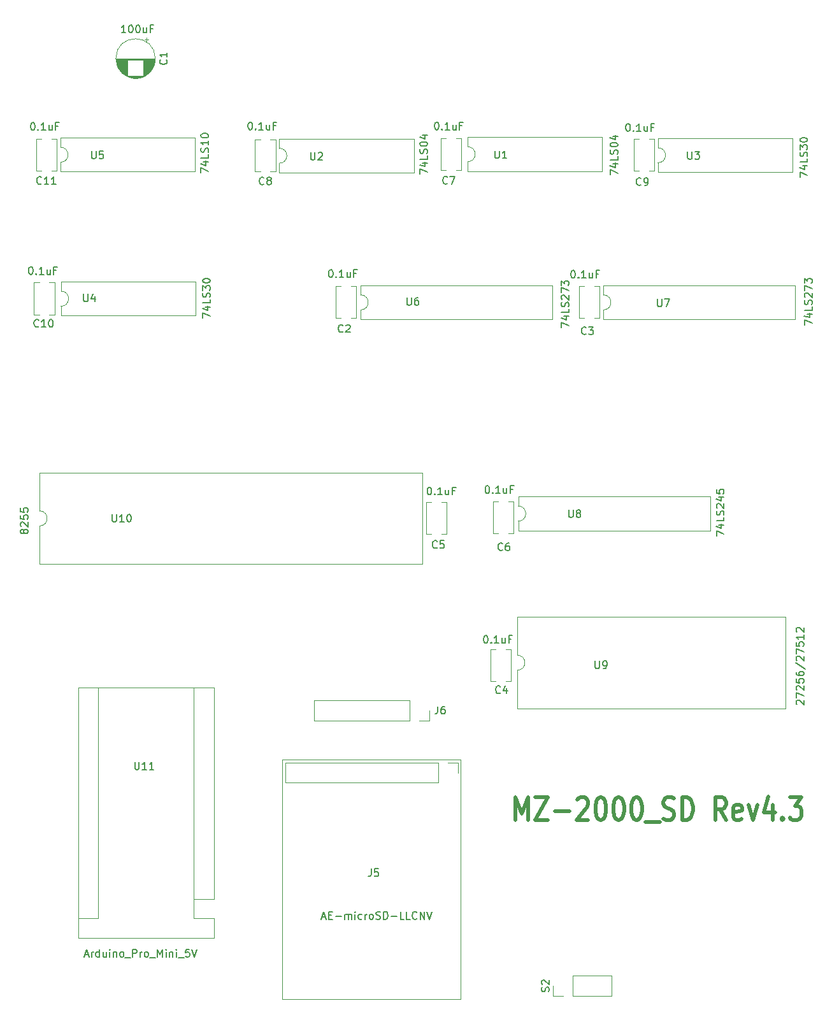
<source format=gto>
G04 #@! TF.GenerationSoftware,KiCad,Pcbnew,(5.1.9)-1*
G04 #@! TF.CreationDate,2022-12-08T13:28:10+09:00*
G04 #@! TF.ProjectId,mz-2000,6d7a2d32-3030-4302-9e6b-696361645f70,rev?*
G04 #@! TF.SameCoordinates,PX20a6660PYbcc1c70*
G04 #@! TF.FileFunction,Legend,Top*
G04 #@! TF.FilePolarity,Positive*
%FSLAX46Y46*%
G04 Gerber Fmt 4.6, Leading zero omitted, Abs format (unit mm)*
G04 Created by KiCad (PCBNEW (5.1.9)-1) date 2022-12-08 13:28:10*
%MOMM*%
%LPD*%
G01*
G04 APERTURE LIST*
%ADD10C,0.150000*%
%ADD11C,0.500000*%
%ADD12C,0.120000*%
G04 APERTURE END LIST*
D10*
X5080952Y62176191D02*
X5033333Y62080953D01*
X4985714Y62033334D01*
X4890476Y61985715D01*
X4842857Y61985715D01*
X4747619Y62033334D01*
X4700000Y62080953D01*
X4652380Y62176191D01*
X4652380Y62366667D01*
X4700000Y62461905D01*
X4747619Y62509524D01*
X4842857Y62557143D01*
X4890476Y62557143D01*
X4985714Y62509524D01*
X5033333Y62461905D01*
X5080952Y62366667D01*
X5080952Y62176191D01*
X5128571Y62080953D01*
X5176190Y62033334D01*
X5271428Y61985715D01*
X5461904Y61985715D01*
X5557142Y62033334D01*
X5604761Y62080953D01*
X5652380Y62176191D01*
X5652380Y62366667D01*
X5604761Y62461905D01*
X5557142Y62509524D01*
X5461904Y62557143D01*
X5271428Y62557143D01*
X5176190Y62509524D01*
X5128571Y62461905D01*
X5080952Y62366667D01*
X4747619Y62938096D02*
X4700000Y62985715D01*
X4652380Y63080953D01*
X4652380Y63319048D01*
X4700000Y63414286D01*
X4747619Y63461905D01*
X4842857Y63509524D01*
X4938095Y63509524D01*
X5080952Y63461905D01*
X5652380Y62890477D01*
X5652380Y63509524D01*
X4652380Y64414286D02*
X4652380Y63938096D01*
X5128571Y63890477D01*
X5080952Y63938096D01*
X5033333Y64033334D01*
X5033333Y64271429D01*
X5080952Y64366667D01*
X5128571Y64414286D01*
X5223809Y64461905D01*
X5461904Y64461905D01*
X5557142Y64414286D01*
X5604761Y64366667D01*
X5652380Y64271429D01*
X5652380Y64033334D01*
X5604761Y63938096D01*
X5557142Y63890477D01*
X4652380Y65366667D02*
X4652380Y64890477D01*
X5128571Y64842858D01*
X5080952Y64890477D01*
X5033333Y64985715D01*
X5033333Y65223810D01*
X5080952Y65319048D01*
X5128571Y65366667D01*
X5223809Y65414286D01*
X5461904Y65414286D01*
X5557142Y65366667D01*
X5604761Y65319048D01*
X5652380Y65223810D01*
X5652380Y64985715D01*
X5604761Y64890477D01*
X5557142Y64842858D01*
X107847619Y39304762D02*
X107800000Y39352381D01*
X107752380Y39447620D01*
X107752380Y39685715D01*
X107800000Y39780953D01*
X107847619Y39828572D01*
X107942857Y39876191D01*
X108038095Y39876191D01*
X108180952Y39828572D01*
X108752380Y39257143D01*
X108752380Y39876191D01*
X107752380Y40209524D02*
X107752380Y40876191D01*
X108752380Y40447620D01*
X107847619Y41209524D02*
X107800000Y41257143D01*
X107752380Y41352381D01*
X107752380Y41590477D01*
X107800000Y41685715D01*
X107847619Y41733334D01*
X107942857Y41780953D01*
X108038095Y41780953D01*
X108180952Y41733334D01*
X108752380Y41161905D01*
X108752380Y41780953D01*
X107752380Y42685715D02*
X107752380Y42209524D01*
X108228571Y42161905D01*
X108180952Y42209524D01*
X108133333Y42304762D01*
X108133333Y42542858D01*
X108180952Y42638096D01*
X108228571Y42685715D01*
X108323809Y42733334D01*
X108561904Y42733334D01*
X108657142Y42685715D01*
X108704761Y42638096D01*
X108752380Y42542858D01*
X108752380Y42304762D01*
X108704761Y42209524D01*
X108657142Y42161905D01*
X107752380Y43590477D02*
X107752380Y43400000D01*
X107800000Y43304762D01*
X107847619Y43257143D01*
X107990476Y43161905D01*
X108180952Y43114286D01*
X108561904Y43114286D01*
X108657142Y43161905D01*
X108704761Y43209524D01*
X108752380Y43304762D01*
X108752380Y43495239D01*
X108704761Y43590477D01*
X108657142Y43638096D01*
X108561904Y43685715D01*
X108323809Y43685715D01*
X108228571Y43638096D01*
X108180952Y43590477D01*
X108133333Y43495239D01*
X108133333Y43304762D01*
X108180952Y43209524D01*
X108228571Y43161905D01*
X108323809Y43114286D01*
X107704761Y44828572D02*
X108990476Y43971429D01*
X107847619Y45114286D02*
X107800000Y45161905D01*
X107752380Y45257143D01*
X107752380Y45495239D01*
X107800000Y45590477D01*
X107847619Y45638096D01*
X107942857Y45685715D01*
X108038095Y45685715D01*
X108180952Y45638096D01*
X108752380Y45066667D01*
X108752380Y45685715D01*
X107752380Y46019048D02*
X107752380Y46685715D01*
X108752380Y46257143D01*
X107752380Y47542858D02*
X107752380Y47066667D01*
X108228571Y47019048D01*
X108180952Y47066667D01*
X108133333Y47161905D01*
X108133333Y47400000D01*
X108180952Y47495239D01*
X108228571Y47542858D01*
X108323809Y47590477D01*
X108561904Y47590477D01*
X108657142Y47542858D01*
X108704761Y47495239D01*
X108752380Y47400000D01*
X108752380Y47161905D01*
X108704761Y47066667D01*
X108657142Y47019048D01*
X108752380Y48542858D02*
X108752380Y47971429D01*
X108752380Y48257143D02*
X107752380Y48257143D01*
X107895238Y48161905D01*
X107990476Y48066667D01*
X108038095Y47971429D01*
X107847619Y48923810D02*
X107800000Y48971429D01*
X107752380Y49066667D01*
X107752380Y49304762D01*
X107800000Y49400000D01*
X107847619Y49447620D01*
X107942857Y49495239D01*
X108038095Y49495239D01*
X108180952Y49447620D01*
X108752380Y48876191D01*
X108752380Y49495239D01*
X97152380Y61680953D02*
X97152380Y62347620D01*
X98152380Y61919048D01*
X97485714Y63157143D02*
X98152380Y63157143D01*
X97104761Y62919048D02*
X97819047Y62680953D01*
X97819047Y63300000D01*
X98152380Y64157143D02*
X98152380Y63680953D01*
X97152380Y63680953D01*
X98104761Y64442858D02*
X98152380Y64585715D01*
X98152380Y64823810D01*
X98104761Y64919048D01*
X98057142Y64966667D01*
X97961904Y65014286D01*
X97866666Y65014286D01*
X97771428Y64966667D01*
X97723809Y64919048D01*
X97676190Y64823810D01*
X97628571Y64633334D01*
X97580952Y64538096D01*
X97533333Y64490477D01*
X97438095Y64442858D01*
X97342857Y64442858D01*
X97247619Y64490477D01*
X97200000Y64538096D01*
X97152380Y64633334D01*
X97152380Y64871429D01*
X97200000Y65014286D01*
X97247619Y65395239D02*
X97200000Y65442858D01*
X97152380Y65538096D01*
X97152380Y65776191D01*
X97200000Y65871429D01*
X97247619Y65919048D01*
X97342857Y65966667D01*
X97438095Y65966667D01*
X97580952Y65919048D01*
X98152380Y65347620D01*
X98152380Y65966667D01*
X97485714Y66823810D02*
X98152380Y66823810D01*
X97104761Y66585715D02*
X97819047Y66347620D01*
X97819047Y66966667D01*
X97152380Y67823810D02*
X97152380Y67347620D01*
X97628571Y67300000D01*
X97580952Y67347620D01*
X97533333Y67442858D01*
X97533333Y67680953D01*
X97580952Y67776191D01*
X97628571Y67823810D01*
X97723809Y67871429D01*
X97961904Y67871429D01*
X98057142Y67823810D01*
X98104761Y67776191D01*
X98152380Y67680953D01*
X98152380Y67442858D01*
X98104761Y67347620D01*
X98057142Y67300000D01*
X108852380Y89680953D02*
X108852380Y90347620D01*
X109852380Y89919048D01*
X109185714Y91157143D02*
X109852380Y91157143D01*
X108804761Y90919048D02*
X109519047Y90680953D01*
X109519047Y91300000D01*
X109852380Y92157143D02*
X109852380Y91680953D01*
X108852380Y91680953D01*
X109804761Y92442858D02*
X109852380Y92585715D01*
X109852380Y92823810D01*
X109804761Y92919048D01*
X109757142Y92966667D01*
X109661904Y93014286D01*
X109566666Y93014286D01*
X109471428Y92966667D01*
X109423809Y92919048D01*
X109376190Y92823810D01*
X109328571Y92633334D01*
X109280952Y92538096D01*
X109233333Y92490477D01*
X109138095Y92442858D01*
X109042857Y92442858D01*
X108947619Y92490477D01*
X108900000Y92538096D01*
X108852380Y92633334D01*
X108852380Y92871429D01*
X108900000Y93014286D01*
X108947619Y93395239D02*
X108900000Y93442858D01*
X108852380Y93538096D01*
X108852380Y93776191D01*
X108900000Y93871429D01*
X108947619Y93919048D01*
X109042857Y93966667D01*
X109138095Y93966667D01*
X109280952Y93919048D01*
X109852380Y93347620D01*
X109852380Y93966667D01*
X108852380Y94300000D02*
X108852380Y94966667D01*
X109852380Y94538096D01*
X108852380Y95252381D02*
X108852380Y95871429D01*
X109233333Y95538096D01*
X109233333Y95680953D01*
X109280952Y95776191D01*
X109328571Y95823810D01*
X109423809Y95871429D01*
X109661904Y95871429D01*
X109757142Y95823810D01*
X109804761Y95776191D01*
X109852380Y95680953D01*
X109852380Y95395239D01*
X109804761Y95300000D01*
X109757142Y95252381D01*
X76552380Y89380953D02*
X76552380Y90047620D01*
X77552380Y89619048D01*
X76885714Y90857143D02*
X77552380Y90857143D01*
X76504761Y90619048D02*
X77219047Y90380953D01*
X77219047Y91000000D01*
X77552380Y91857143D02*
X77552380Y91380953D01*
X76552380Y91380953D01*
X77504761Y92142858D02*
X77552380Y92285715D01*
X77552380Y92523810D01*
X77504761Y92619048D01*
X77457142Y92666667D01*
X77361904Y92714286D01*
X77266666Y92714286D01*
X77171428Y92666667D01*
X77123809Y92619048D01*
X77076190Y92523810D01*
X77028571Y92333334D01*
X76980952Y92238096D01*
X76933333Y92190477D01*
X76838095Y92142858D01*
X76742857Y92142858D01*
X76647619Y92190477D01*
X76600000Y92238096D01*
X76552380Y92333334D01*
X76552380Y92571429D01*
X76600000Y92714286D01*
X76647619Y93095239D02*
X76600000Y93142858D01*
X76552380Y93238096D01*
X76552380Y93476191D01*
X76600000Y93571429D01*
X76647619Y93619048D01*
X76742857Y93666667D01*
X76838095Y93666667D01*
X76980952Y93619048D01*
X77552380Y93047620D01*
X77552380Y93666667D01*
X76552380Y94000000D02*
X76552380Y94666667D01*
X77552380Y94238096D01*
X76552380Y94952381D02*
X76552380Y95571429D01*
X76933333Y95238096D01*
X76933333Y95380953D01*
X76980952Y95476191D01*
X77028571Y95523810D01*
X77123809Y95571429D01*
X77361904Y95571429D01*
X77457142Y95523810D01*
X77504761Y95476191D01*
X77552380Y95380953D01*
X77552380Y95095239D01*
X77504761Y95000000D01*
X77457142Y94952381D01*
X108252380Y109357143D02*
X108252380Y110023810D01*
X109252380Y109595239D01*
X108585714Y110833334D02*
X109252380Y110833334D01*
X108204761Y110595239D02*
X108919047Y110357143D01*
X108919047Y110976191D01*
X109252380Y111833334D02*
X109252380Y111357143D01*
X108252380Y111357143D01*
X109204761Y112119048D02*
X109252380Y112261905D01*
X109252380Y112500000D01*
X109204761Y112595239D01*
X109157142Y112642858D01*
X109061904Y112690477D01*
X108966666Y112690477D01*
X108871428Y112642858D01*
X108823809Y112595239D01*
X108776190Y112500000D01*
X108728571Y112309524D01*
X108680952Y112214286D01*
X108633333Y112166667D01*
X108538095Y112119048D01*
X108442857Y112119048D01*
X108347619Y112166667D01*
X108300000Y112214286D01*
X108252380Y112309524D01*
X108252380Y112547620D01*
X108300000Y112690477D01*
X108252380Y113023810D02*
X108252380Y113642858D01*
X108633333Y113309524D01*
X108633333Y113452381D01*
X108680952Y113547620D01*
X108728571Y113595239D01*
X108823809Y113642858D01*
X109061904Y113642858D01*
X109157142Y113595239D01*
X109204761Y113547620D01*
X109252380Y113452381D01*
X109252380Y113166667D01*
X109204761Y113071429D01*
X109157142Y113023810D01*
X108252380Y114261905D02*
X108252380Y114357143D01*
X108300000Y114452381D01*
X108347619Y114500000D01*
X108442857Y114547620D01*
X108633333Y114595239D01*
X108871428Y114595239D01*
X109061904Y114547620D01*
X109157142Y114500000D01*
X109204761Y114452381D01*
X109252380Y114357143D01*
X109252380Y114261905D01*
X109204761Y114166667D01*
X109157142Y114119048D01*
X109061904Y114071429D01*
X108871428Y114023810D01*
X108633333Y114023810D01*
X108442857Y114071429D01*
X108347619Y114119048D01*
X108300000Y114166667D01*
X108252380Y114261905D01*
X83027380Y109657143D02*
X83027380Y110323810D01*
X84027380Y109895239D01*
X83360714Y111133334D02*
X84027380Y111133334D01*
X82979761Y110895239D02*
X83694047Y110657143D01*
X83694047Y111276191D01*
X84027380Y112133334D02*
X84027380Y111657143D01*
X83027380Y111657143D01*
X83979761Y112419048D02*
X84027380Y112561905D01*
X84027380Y112800000D01*
X83979761Y112895239D01*
X83932142Y112942858D01*
X83836904Y112990477D01*
X83741666Y112990477D01*
X83646428Y112942858D01*
X83598809Y112895239D01*
X83551190Y112800000D01*
X83503571Y112609524D01*
X83455952Y112514286D01*
X83408333Y112466667D01*
X83313095Y112419048D01*
X83217857Y112419048D01*
X83122619Y112466667D01*
X83075000Y112514286D01*
X83027380Y112609524D01*
X83027380Y112847620D01*
X83075000Y112990477D01*
X83027380Y113609524D02*
X83027380Y113704762D01*
X83075000Y113800000D01*
X83122619Y113847620D01*
X83217857Y113895239D01*
X83408333Y113942858D01*
X83646428Y113942858D01*
X83836904Y113895239D01*
X83932142Y113847620D01*
X83979761Y113800000D01*
X84027380Y113704762D01*
X84027380Y113609524D01*
X83979761Y113514286D01*
X83932142Y113466667D01*
X83836904Y113419048D01*
X83646428Y113371429D01*
X83408333Y113371429D01*
X83217857Y113419048D01*
X83122619Y113466667D01*
X83075000Y113514286D01*
X83027380Y113609524D01*
X83360714Y114800000D02*
X84027380Y114800000D01*
X82979761Y114561905D02*
X83694047Y114323810D01*
X83694047Y114942858D01*
X57752380Y109757143D02*
X57752380Y110423810D01*
X58752380Y109995239D01*
X58085714Y111233334D02*
X58752380Y111233334D01*
X57704761Y110995239D02*
X58419047Y110757143D01*
X58419047Y111376191D01*
X58752380Y112233334D02*
X58752380Y111757143D01*
X57752380Y111757143D01*
X58704761Y112519048D02*
X58752380Y112661905D01*
X58752380Y112900000D01*
X58704761Y112995239D01*
X58657142Y113042858D01*
X58561904Y113090477D01*
X58466666Y113090477D01*
X58371428Y113042858D01*
X58323809Y112995239D01*
X58276190Y112900000D01*
X58228571Y112709524D01*
X58180952Y112614286D01*
X58133333Y112566667D01*
X58038095Y112519048D01*
X57942857Y112519048D01*
X57847619Y112566667D01*
X57800000Y112614286D01*
X57752380Y112709524D01*
X57752380Y112947620D01*
X57800000Y113090477D01*
X57752380Y113709524D02*
X57752380Y113804762D01*
X57800000Y113900000D01*
X57847619Y113947620D01*
X57942857Y113995239D01*
X58133333Y114042858D01*
X58371428Y114042858D01*
X58561904Y113995239D01*
X58657142Y113947620D01*
X58704761Y113900000D01*
X58752380Y113804762D01*
X58752380Y113709524D01*
X58704761Y113614286D01*
X58657142Y113566667D01*
X58561904Y113519048D01*
X58371428Y113471429D01*
X58133333Y113471429D01*
X57942857Y113519048D01*
X57847619Y113566667D01*
X57800000Y113614286D01*
X57752380Y113709524D01*
X58085714Y114900000D02*
X58752380Y114900000D01*
X57704761Y114661905D02*
X58419047Y114423810D01*
X58419047Y115042858D01*
X28642380Y109911143D02*
X28642380Y110577810D01*
X29642380Y110149239D01*
X28975714Y111387334D02*
X29642380Y111387334D01*
X28594761Y111149239D02*
X29309047Y110911143D01*
X29309047Y111530191D01*
X29642380Y112387334D02*
X29642380Y111911143D01*
X28642380Y111911143D01*
X29594761Y112673048D02*
X29642380Y112815905D01*
X29642380Y113054000D01*
X29594761Y113149239D01*
X29547142Y113196858D01*
X29451904Y113244477D01*
X29356666Y113244477D01*
X29261428Y113196858D01*
X29213809Y113149239D01*
X29166190Y113054000D01*
X29118571Y112863524D01*
X29070952Y112768286D01*
X29023333Y112720667D01*
X28928095Y112673048D01*
X28832857Y112673048D01*
X28737619Y112720667D01*
X28690000Y112768286D01*
X28642380Y112863524D01*
X28642380Y113101620D01*
X28690000Y113244477D01*
X29642380Y114196858D02*
X29642380Y113625429D01*
X29642380Y113911143D02*
X28642380Y113911143D01*
X28785238Y113815905D01*
X28880476Y113720667D01*
X28928095Y113625429D01*
X28642380Y114815905D02*
X28642380Y114911143D01*
X28690000Y115006381D01*
X28737619Y115054000D01*
X28832857Y115101620D01*
X29023333Y115149239D01*
X29261428Y115149239D01*
X29451904Y115101620D01*
X29547142Y115054000D01*
X29594761Y115006381D01*
X29642380Y114911143D01*
X29642380Y114815905D01*
X29594761Y114720667D01*
X29547142Y114673048D01*
X29451904Y114625429D01*
X29261428Y114577810D01*
X29023333Y114577810D01*
X28832857Y114625429D01*
X28737619Y114673048D01*
X28690000Y114720667D01*
X28642380Y114815905D01*
X66457142Y48447620D02*
X66552380Y48447620D01*
X66647619Y48400000D01*
X66695238Y48352381D01*
X66742857Y48257143D01*
X66790476Y48066667D01*
X66790476Y47828572D01*
X66742857Y47638096D01*
X66695238Y47542858D01*
X66647619Y47495239D01*
X66552380Y47447620D01*
X66457142Y47447620D01*
X66361904Y47495239D01*
X66314285Y47542858D01*
X66266666Y47638096D01*
X66219047Y47828572D01*
X66219047Y48066667D01*
X66266666Y48257143D01*
X66314285Y48352381D01*
X66361904Y48400000D01*
X66457142Y48447620D01*
X67219047Y47542858D02*
X67266666Y47495239D01*
X67219047Y47447620D01*
X67171428Y47495239D01*
X67219047Y47542858D01*
X67219047Y47447620D01*
X68219047Y47447620D02*
X67647619Y47447620D01*
X67933333Y47447620D02*
X67933333Y48447620D01*
X67838095Y48304762D01*
X67742857Y48209524D01*
X67647619Y48161905D01*
X69076190Y48114286D02*
X69076190Y47447620D01*
X68647619Y48114286D02*
X68647619Y47590477D01*
X68695238Y47495239D01*
X68790476Y47447620D01*
X68933333Y47447620D01*
X69028571Y47495239D01*
X69076190Y47542858D01*
X69885714Y47971429D02*
X69552380Y47971429D01*
X69552380Y47447620D02*
X69552380Y48447620D01*
X70028571Y48447620D01*
X58957142Y68147620D02*
X59052380Y68147620D01*
X59147619Y68100000D01*
X59195238Y68052381D01*
X59242857Y67957143D01*
X59290476Y67766667D01*
X59290476Y67528572D01*
X59242857Y67338096D01*
X59195238Y67242858D01*
X59147619Y67195239D01*
X59052380Y67147620D01*
X58957142Y67147620D01*
X58861904Y67195239D01*
X58814285Y67242858D01*
X58766666Y67338096D01*
X58719047Y67528572D01*
X58719047Y67766667D01*
X58766666Y67957143D01*
X58814285Y68052381D01*
X58861904Y68100000D01*
X58957142Y68147620D01*
X59719047Y67242858D02*
X59766666Y67195239D01*
X59719047Y67147620D01*
X59671428Y67195239D01*
X59719047Y67242858D01*
X59719047Y67147620D01*
X60719047Y67147620D02*
X60147619Y67147620D01*
X60433333Y67147620D02*
X60433333Y68147620D01*
X60338095Y68004762D01*
X60242857Y67909524D01*
X60147619Y67861905D01*
X61576190Y67814286D02*
X61576190Y67147620D01*
X61147619Y67814286D02*
X61147619Y67290477D01*
X61195238Y67195239D01*
X61290476Y67147620D01*
X61433333Y67147620D01*
X61528571Y67195239D01*
X61576190Y67242858D01*
X62385714Y67671429D02*
X62052380Y67671429D01*
X62052380Y67147620D02*
X62052380Y68147620D01*
X62528571Y68147620D01*
X66657142Y68347620D02*
X66752380Y68347620D01*
X66847619Y68300000D01*
X66895238Y68252381D01*
X66942857Y68157143D01*
X66990476Y67966667D01*
X66990476Y67728572D01*
X66942857Y67538096D01*
X66895238Y67442858D01*
X66847619Y67395239D01*
X66752380Y67347620D01*
X66657142Y67347620D01*
X66561904Y67395239D01*
X66514285Y67442858D01*
X66466666Y67538096D01*
X66419047Y67728572D01*
X66419047Y67966667D01*
X66466666Y68157143D01*
X66514285Y68252381D01*
X66561904Y68300000D01*
X66657142Y68347620D01*
X67419047Y67442858D02*
X67466666Y67395239D01*
X67419047Y67347620D01*
X67371428Y67395239D01*
X67419047Y67442858D01*
X67419047Y67347620D01*
X68419047Y67347620D02*
X67847619Y67347620D01*
X68133333Y67347620D02*
X68133333Y68347620D01*
X68038095Y68204762D01*
X67942857Y68109524D01*
X67847619Y68061905D01*
X69276190Y68014286D02*
X69276190Y67347620D01*
X68847619Y68014286D02*
X68847619Y67490477D01*
X68895238Y67395239D01*
X68990476Y67347620D01*
X69133333Y67347620D01*
X69228571Y67395239D01*
X69276190Y67442858D01*
X70085714Y67871429D02*
X69752380Y67871429D01*
X69752380Y67347620D02*
X69752380Y68347620D01*
X70228571Y68347620D01*
X78057142Y96947620D02*
X78152380Y96947620D01*
X78247619Y96900000D01*
X78295238Y96852381D01*
X78342857Y96757143D01*
X78390476Y96566667D01*
X78390476Y96328572D01*
X78342857Y96138096D01*
X78295238Y96042858D01*
X78247619Y95995239D01*
X78152380Y95947620D01*
X78057142Y95947620D01*
X77961904Y95995239D01*
X77914285Y96042858D01*
X77866666Y96138096D01*
X77819047Y96328572D01*
X77819047Y96566667D01*
X77866666Y96757143D01*
X77914285Y96852381D01*
X77961904Y96900000D01*
X78057142Y96947620D01*
X78819047Y96042858D02*
X78866666Y95995239D01*
X78819047Y95947620D01*
X78771428Y95995239D01*
X78819047Y96042858D01*
X78819047Y95947620D01*
X79819047Y95947620D02*
X79247619Y95947620D01*
X79533333Y95947620D02*
X79533333Y96947620D01*
X79438095Y96804762D01*
X79342857Y96709524D01*
X79247619Y96661905D01*
X80676190Y96614286D02*
X80676190Y95947620D01*
X80247619Y96614286D02*
X80247619Y96090477D01*
X80295238Y95995239D01*
X80390476Y95947620D01*
X80533333Y95947620D01*
X80628571Y95995239D01*
X80676190Y96042858D01*
X81485714Y96471429D02*
X81152380Y96471429D01*
X81152380Y95947620D02*
X81152380Y96947620D01*
X81628571Y96947620D01*
X45857142Y97047620D02*
X45952380Y97047620D01*
X46047619Y97000000D01*
X46095238Y96952381D01*
X46142857Y96857143D01*
X46190476Y96666667D01*
X46190476Y96428572D01*
X46142857Y96238096D01*
X46095238Y96142858D01*
X46047619Y96095239D01*
X45952380Y96047620D01*
X45857142Y96047620D01*
X45761904Y96095239D01*
X45714285Y96142858D01*
X45666666Y96238096D01*
X45619047Y96428572D01*
X45619047Y96666667D01*
X45666666Y96857143D01*
X45714285Y96952381D01*
X45761904Y97000000D01*
X45857142Y97047620D01*
X46619047Y96142858D02*
X46666666Y96095239D01*
X46619047Y96047620D01*
X46571428Y96095239D01*
X46619047Y96142858D01*
X46619047Y96047620D01*
X47619047Y96047620D02*
X47047619Y96047620D01*
X47333333Y96047620D02*
X47333333Y97047620D01*
X47238095Y96904762D01*
X47142857Y96809524D01*
X47047619Y96761905D01*
X48476190Y96714286D02*
X48476190Y96047620D01*
X48047619Y96714286D02*
X48047619Y96190477D01*
X48095238Y96095239D01*
X48190476Y96047620D01*
X48333333Y96047620D01*
X48428571Y96095239D01*
X48476190Y96142858D01*
X49285714Y96571429D02*
X48952380Y96571429D01*
X48952380Y96047620D02*
X48952380Y97047620D01*
X49428571Y97047620D01*
X85357142Y116447620D02*
X85452380Y116447620D01*
X85547619Y116400000D01*
X85595238Y116352381D01*
X85642857Y116257143D01*
X85690476Y116066667D01*
X85690476Y115828572D01*
X85642857Y115638096D01*
X85595238Y115542858D01*
X85547619Y115495239D01*
X85452380Y115447620D01*
X85357142Y115447620D01*
X85261904Y115495239D01*
X85214285Y115542858D01*
X85166666Y115638096D01*
X85119047Y115828572D01*
X85119047Y116066667D01*
X85166666Y116257143D01*
X85214285Y116352381D01*
X85261904Y116400000D01*
X85357142Y116447620D01*
X86119047Y115542858D02*
X86166666Y115495239D01*
X86119047Y115447620D01*
X86071428Y115495239D01*
X86119047Y115542858D01*
X86119047Y115447620D01*
X87119047Y115447620D02*
X86547619Y115447620D01*
X86833333Y115447620D02*
X86833333Y116447620D01*
X86738095Y116304762D01*
X86642857Y116209524D01*
X86547619Y116161905D01*
X87976190Y116114286D02*
X87976190Y115447620D01*
X87547619Y116114286D02*
X87547619Y115590477D01*
X87595238Y115495239D01*
X87690476Y115447620D01*
X87833333Y115447620D01*
X87928571Y115495239D01*
X87976190Y115542858D01*
X88785714Y115971429D02*
X88452380Y115971429D01*
X88452380Y115447620D02*
X88452380Y116447620D01*
X88928571Y116447620D01*
X59932142Y116647620D02*
X60027380Y116647620D01*
X60122619Y116600000D01*
X60170238Y116552381D01*
X60217857Y116457143D01*
X60265476Y116266667D01*
X60265476Y116028572D01*
X60217857Y115838096D01*
X60170238Y115742858D01*
X60122619Y115695239D01*
X60027380Y115647620D01*
X59932142Y115647620D01*
X59836904Y115695239D01*
X59789285Y115742858D01*
X59741666Y115838096D01*
X59694047Y116028572D01*
X59694047Y116266667D01*
X59741666Y116457143D01*
X59789285Y116552381D01*
X59836904Y116600000D01*
X59932142Y116647620D01*
X60694047Y115742858D02*
X60741666Y115695239D01*
X60694047Y115647620D01*
X60646428Y115695239D01*
X60694047Y115742858D01*
X60694047Y115647620D01*
X61694047Y115647620D02*
X61122619Y115647620D01*
X61408333Y115647620D02*
X61408333Y116647620D01*
X61313095Y116504762D01*
X61217857Y116409524D01*
X61122619Y116361905D01*
X62551190Y116314286D02*
X62551190Y115647620D01*
X62122619Y116314286D02*
X62122619Y115790477D01*
X62170238Y115695239D01*
X62265476Y115647620D01*
X62408333Y115647620D01*
X62503571Y115695239D01*
X62551190Y115742858D01*
X63360714Y116171429D02*
X63027380Y116171429D01*
X63027380Y115647620D02*
X63027380Y116647620D01*
X63503571Y116647620D01*
X35157142Y116647620D02*
X35252380Y116647620D01*
X35347619Y116600000D01*
X35395238Y116552381D01*
X35442857Y116457143D01*
X35490476Y116266667D01*
X35490476Y116028572D01*
X35442857Y115838096D01*
X35395238Y115742858D01*
X35347619Y115695239D01*
X35252380Y115647620D01*
X35157142Y115647620D01*
X35061904Y115695239D01*
X35014285Y115742858D01*
X34966666Y115838096D01*
X34919047Y116028572D01*
X34919047Y116266667D01*
X34966666Y116457143D01*
X35014285Y116552381D01*
X35061904Y116600000D01*
X35157142Y116647620D01*
X35919047Y115742858D02*
X35966666Y115695239D01*
X35919047Y115647620D01*
X35871428Y115695239D01*
X35919047Y115742858D01*
X35919047Y115647620D01*
X36919047Y115647620D02*
X36347619Y115647620D01*
X36633333Y115647620D02*
X36633333Y116647620D01*
X36538095Y116504762D01*
X36442857Y116409524D01*
X36347619Y116361905D01*
X37776190Y116314286D02*
X37776190Y115647620D01*
X37347619Y116314286D02*
X37347619Y115790477D01*
X37395238Y115695239D01*
X37490476Y115647620D01*
X37633333Y115647620D01*
X37728571Y115695239D01*
X37776190Y115742858D01*
X38585714Y116171429D02*
X38252380Y116171429D01*
X38252380Y115647620D02*
X38252380Y116647620D01*
X38728571Y116647620D01*
X6247142Y116601620D02*
X6342380Y116601620D01*
X6437619Y116554000D01*
X6485238Y116506381D01*
X6532857Y116411143D01*
X6580476Y116220667D01*
X6580476Y115982572D01*
X6532857Y115792096D01*
X6485238Y115696858D01*
X6437619Y115649239D01*
X6342380Y115601620D01*
X6247142Y115601620D01*
X6151904Y115649239D01*
X6104285Y115696858D01*
X6056666Y115792096D01*
X6009047Y115982572D01*
X6009047Y116220667D01*
X6056666Y116411143D01*
X6104285Y116506381D01*
X6151904Y116554000D01*
X6247142Y116601620D01*
X7009047Y115696858D02*
X7056666Y115649239D01*
X7009047Y115601620D01*
X6961428Y115649239D01*
X7009047Y115696858D01*
X7009047Y115601620D01*
X8009047Y115601620D02*
X7437619Y115601620D01*
X7723333Y115601620D02*
X7723333Y116601620D01*
X7628095Y116458762D01*
X7532857Y116363524D01*
X7437619Y116315905D01*
X8866190Y116268286D02*
X8866190Y115601620D01*
X8437619Y116268286D02*
X8437619Y115744477D01*
X8485238Y115649239D01*
X8580476Y115601620D01*
X8723333Y115601620D01*
X8818571Y115649239D01*
X8866190Y115696858D01*
X9675714Y116125429D02*
X9342380Y116125429D01*
X9342380Y115601620D02*
X9342380Y116601620D01*
X9818571Y116601620D01*
X18652380Y128547620D02*
X18080952Y128547620D01*
X18366666Y128547620D02*
X18366666Y129547620D01*
X18271428Y129404762D01*
X18176190Y129309524D01*
X18080952Y129261905D01*
X19271428Y129547620D02*
X19366666Y129547620D01*
X19461904Y129500000D01*
X19509523Y129452381D01*
X19557142Y129357143D01*
X19604761Y129166667D01*
X19604761Y128928572D01*
X19557142Y128738096D01*
X19509523Y128642858D01*
X19461904Y128595239D01*
X19366666Y128547620D01*
X19271428Y128547620D01*
X19176190Y128595239D01*
X19128571Y128642858D01*
X19080952Y128738096D01*
X19033333Y128928572D01*
X19033333Y129166667D01*
X19080952Y129357143D01*
X19128571Y129452381D01*
X19176190Y129500000D01*
X19271428Y129547620D01*
X20223809Y129547620D02*
X20319047Y129547620D01*
X20414285Y129500000D01*
X20461904Y129452381D01*
X20509523Y129357143D01*
X20557142Y129166667D01*
X20557142Y128928572D01*
X20509523Y128738096D01*
X20461904Y128642858D01*
X20414285Y128595239D01*
X20319047Y128547620D01*
X20223809Y128547620D01*
X20128571Y128595239D01*
X20080952Y128642858D01*
X20033333Y128738096D01*
X19985714Y128928572D01*
X19985714Y129166667D01*
X20033333Y129357143D01*
X20080952Y129452381D01*
X20128571Y129500000D01*
X20223809Y129547620D01*
X21414285Y129214286D02*
X21414285Y128547620D01*
X20985714Y129214286D02*
X20985714Y128690477D01*
X21033333Y128595239D01*
X21128571Y128547620D01*
X21271428Y128547620D01*
X21366666Y128595239D01*
X21414285Y128642858D01*
X22223809Y129071429D02*
X21890476Y129071429D01*
X21890476Y128547620D02*
X21890476Y129547620D01*
X22366666Y129547620D01*
X5982142Y97432620D02*
X6077380Y97432620D01*
X6172619Y97385000D01*
X6220238Y97337381D01*
X6267857Y97242143D01*
X6315476Y97051667D01*
X6315476Y96813572D01*
X6267857Y96623096D01*
X6220238Y96527858D01*
X6172619Y96480239D01*
X6077380Y96432620D01*
X5982142Y96432620D01*
X5886904Y96480239D01*
X5839285Y96527858D01*
X5791666Y96623096D01*
X5744047Y96813572D01*
X5744047Y97051667D01*
X5791666Y97242143D01*
X5839285Y97337381D01*
X5886904Y97385000D01*
X5982142Y97432620D01*
X6744047Y96527858D02*
X6791666Y96480239D01*
X6744047Y96432620D01*
X6696428Y96480239D01*
X6744047Y96527858D01*
X6744047Y96432620D01*
X7744047Y96432620D02*
X7172619Y96432620D01*
X7458333Y96432620D02*
X7458333Y97432620D01*
X7363095Y97289762D01*
X7267857Y97194524D01*
X7172619Y97146905D01*
X8601190Y97099286D02*
X8601190Y96432620D01*
X8172619Y97099286D02*
X8172619Y96575477D01*
X8220238Y96480239D01*
X8315476Y96432620D01*
X8458333Y96432620D01*
X8553571Y96480239D01*
X8601190Y96527858D01*
X9410714Y96956429D02*
X9077380Y96956429D01*
X9077380Y96432620D02*
X9077380Y97432620D01*
X9553571Y97432620D01*
X28877380Y90642143D02*
X28877380Y91308810D01*
X29877380Y90880239D01*
X29210714Y92118334D02*
X29877380Y92118334D01*
X28829761Y91880239D02*
X29544047Y91642143D01*
X29544047Y92261191D01*
X29877380Y93118334D02*
X29877380Y92642143D01*
X28877380Y92642143D01*
X29829761Y93404048D02*
X29877380Y93546905D01*
X29877380Y93785000D01*
X29829761Y93880239D01*
X29782142Y93927858D01*
X29686904Y93975477D01*
X29591666Y93975477D01*
X29496428Y93927858D01*
X29448809Y93880239D01*
X29401190Y93785000D01*
X29353571Y93594524D01*
X29305952Y93499286D01*
X29258333Y93451667D01*
X29163095Y93404048D01*
X29067857Y93404048D01*
X28972619Y93451667D01*
X28925000Y93499286D01*
X28877380Y93594524D01*
X28877380Y93832620D01*
X28925000Y93975477D01*
X28877380Y94308810D02*
X28877380Y94927858D01*
X29258333Y94594524D01*
X29258333Y94737381D01*
X29305952Y94832620D01*
X29353571Y94880239D01*
X29448809Y94927858D01*
X29686904Y94927858D01*
X29782142Y94880239D01*
X29829761Y94832620D01*
X29877380Y94737381D01*
X29877380Y94451667D01*
X29829761Y94356429D01*
X29782142Y94308810D01*
X28877380Y95546905D02*
X28877380Y95642143D01*
X28925000Y95737381D01*
X28972619Y95785000D01*
X29067857Y95832620D01*
X29258333Y95880239D01*
X29496428Y95880239D01*
X29686904Y95832620D01*
X29782142Y95785000D01*
X29829761Y95737381D01*
X29877380Y95642143D01*
X29877380Y95546905D01*
X29829761Y95451667D01*
X29782142Y95404048D01*
X29686904Y95356429D01*
X29496428Y95308810D01*
X29258333Y95308810D01*
X29067857Y95356429D01*
X28972619Y95404048D01*
X28925000Y95451667D01*
X28877380Y95546905D01*
X13195238Y6033334D02*
X13671428Y6033334D01*
X13100000Y5747620D02*
X13433333Y6747620D01*
X13766666Y5747620D01*
X14100000Y5747620D02*
X14100000Y6414286D01*
X14100000Y6223810D02*
X14147619Y6319048D01*
X14195238Y6366667D01*
X14290476Y6414286D01*
X14385714Y6414286D01*
X15147619Y5747620D02*
X15147619Y6747620D01*
X15147619Y5795239D02*
X15052380Y5747620D01*
X14861904Y5747620D01*
X14766666Y5795239D01*
X14719047Y5842858D01*
X14671428Y5938096D01*
X14671428Y6223810D01*
X14719047Y6319048D01*
X14766666Y6366667D01*
X14861904Y6414286D01*
X15052380Y6414286D01*
X15147619Y6366667D01*
X16052380Y6414286D02*
X16052380Y5747620D01*
X15623809Y6414286D02*
X15623809Y5890477D01*
X15671428Y5795239D01*
X15766666Y5747620D01*
X15909523Y5747620D01*
X16004761Y5795239D01*
X16052380Y5842858D01*
X16528571Y5747620D02*
X16528571Y6414286D01*
X16528571Y6747620D02*
X16480952Y6700000D01*
X16528571Y6652381D01*
X16576190Y6700000D01*
X16528571Y6747620D01*
X16528571Y6652381D01*
X17004761Y6414286D02*
X17004761Y5747620D01*
X17004761Y6319048D02*
X17052380Y6366667D01*
X17147619Y6414286D01*
X17290476Y6414286D01*
X17385714Y6366667D01*
X17433333Y6271429D01*
X17433333Y5747620D01*
X18052380Y5747620D02*
X17957142Y5795239D01*
X17909523Y5842858D01*
X17861904Y5938096D01*
X17861904Y6223810D01*
X17909523Y6319048D01*
X17957142Y6366667D01*
X18052380Y6414286D01*
X18195238Y6414286D01*
X18290476Y6366667D01*
X18338095Y6319048D01*
X18385714Y6223810D01*
X18385714Y5938096D01*
X18338095Y5842858D01*
X18290476Y5795239D01*
X18195238Y5747620D01*
X18052380Y5747620D01*
X18576190Y5652381D02*
X19338095Y5652381D01*
X19576190Y5747620D02*
X19576190Y6747620D01*
X19957142Y6747620D01*
X20052380Y6700000D01*
X20100000Y6652381D01*
X20147619Y6557143D01*
X20147619Y6414286D01*
X20100000Y6319048D01*
X20052380Y6271429D01*
X19957142Y6223810D01*
X19576190Y6223810D01*
X20576190Y5747620D02*
X20576190Y6414286D01*
X20576190Y6223810D02*
X20623809Y6319048D01*
X20671428Y6366667D01*
X20766666Y6414286D01*
X20861904Y6414286D01*
X21338095Y5747620D02*
X21242857Y5795239D01*
X21195238Y5842858D01*
X21147619Y5938096D01*
X21147619Y6223810D01*
X21195238Y6319048D01*
X21242857Y6366667D01*
X21338095Y6414286D01*
X21480952Y6414286D01*
X21576190Y6366667D01*
X21623809Y6319048D01*
X21671428Y6223810D01*
X21671428Y5938096D01*
X21623809Y5842858D01*
X21576190Y5795239D01*
X21480952Y5747620D01*
X21338095Y5747620D01*
X21861904Y5652381D02*
X22623809Y5652381D01*
X22861904Y5747620D02*
X22861904Y6747620D01*
X23195238Y6033334D01*
X23528571Y6747620D01*
X23528571Y5747620D01*
X24004761Y5747620D02*
X24004761Y6414286D01*
X24004761Y6747620D02*
X23957142Y6700000D01*
X24004761Y6652381D01*
X24052380Y6700000D01*
X24004761Y6747620D01*
X24004761Y6652381D01*
X24480952Y6414286D02*
X24480952Y5747620D01*
X24480952Y6319048D02*
X24528571Y6366667D01*
X24623809Y6414286D01*
X24766666Y6414286D01*
X24861904Y6366667D01*
X24909523Y6271429D01*
X24909523Y5747620D01*
X25385714Y5747620D02*
X25385714Y6414286D01*
X25385714Y6747620D02*
X25338095Y6700000D01*
X25385714Y6652381D01*
X25433333Y6700000D01*
X25385714Y6747620D01*
X25385714Y6652381D01*
X25623809Y5652381D02*
X26385714Y5652381D01*
X27100000Y6747620D02*
X26623809Y6747620D01*
X26576190Y6271429D01*
X26623809Y6319048D01*
X26719047Y6366667D01*
X26957142Y6366667D01*
X27052380Y6319048D01*
X27100000Y6271429D01*
X27147619Y6176191D01*
X27147619Y5938096D01*
X27100000Y5842858D01*
X27052380Y5795239D01*
X26957142Y5747620D01*
X26719047Y5747620D01*
X26623809Y5795239D01*
X26576190Y5842858D01*
X27433333Y6747620D02*
X27766666Y5747620D01*
X28099999Y6747620D01*
D11*
X70471428Y23942858D02*
X70471428Y26942858D01*
X71304761Y24800000D01*
X72138095Y26942858D01*
X72138095Y23942858D01*
X73090476Y26942858D02*
X74757142Y26942858D01*
X73090476Y23942858D01*
X74757142Y23942858D01*
X75709523Y25085715D02*
X77614285Y25085715D01*
X78685714Y26657143D02*
X78804761Y26800000D01*
X79042857Y26942858D01*
X79638095Y26942858D01*
X79876190Y26800000D01*
X79995238Y26657143D01*
X80114285Y26371429D01*
X80114285Y26085715D01*
X79995238Y25657143D01*
X78566666Y23942858D01*
X80114285Y23942858D01*
X81661904Y26942858D02*
X81900000Y26942858D01*
X82138095Y26800000D01*
X82257142Y26657143D01*
X82376190Y26371429D01*
X82495238Y25800000D01*
X82495238Y25085715D01*
X82376190Y24514286D01*
X82257142Y24228572D01*
X82138095Y24085715D01*
X81900000Y23942858D01*
X81661904Y23942858D01*
X81423809Y24085715D01*
X81304761Y24228572D01*
X81185714Y24514286D01*
X81066666Y25085715D01*
X81066666Y25800000D01*
X81185714Y26371429D01*
X81304761Y26657143D01*
X81423809Y26800000D01*
X81661904Y26942858D01*
X84042857Y26942858D02*
X84280952Y26942858D01*
X84519047Y26800000D01*
X84638095Y26657143D01*
X84757142Y26371429D01*
X84876190Y25800000D01*
X84876190Y25085715D01*
X84757142Y24514286D01*
X84638095Y24228572D01*
X84519047Y24085715D01*
X84280952Y23942858D01*
X84042857Y23942858D01*
X83804761Y24085715D01*
X83685714Y24228572D01*
X83566666Y24514286D01*
X83447619Y25085715D01*
X83447619Y25800000D01*
X83566666Y26371429D01*
X83685714Y26657143D01*
X83804761Y26800000D01*
X84042857Y26942858D01*
X86423809Y26942858D02*
X86661904Y26942858D01*
X86900000Y26800000D01*
X87019047Y26657143D01*
X87138095Y26371429D01*
X87257142Y25800000D01*
X87257142Y25085715D01*
X87138095Y24514286D01*
X87019047Y24228572D01*
X86900000Y24085715D01*
X86661904Y23942858D01*
X86423809Y23942858D01*
X86185714Y24085715D01*
X86066666Y24228572D01*
X85947619Y24514286D01*
X85828571Y25085715D01*
X85828571Y25800000D01*
X85947619Y26371429D01*
X86066666Y26657143D01*
X86185714Y26800000D01*
X86423809Y26942858D01*
X87733333Y23657143D02*
X89638095Y23657143D01*
X90114285Y24085715D02*
X90471428Y23942858D01*
X91066666Y23942858D01*
X91304761Y24085715D01*
X91423809Y24228572D01*
X91542857Y24514286D01*
X91542857Y24800000D01*
X91423809Y25085715D01*
X91304761Y25228572D01*
X91066666Y25371429D01*
X90590476Y25514286D01*
X90352380Y25657143D01*
X90233333Y25800000D01*
X90114285Y26085715D01*
X90114285Y26371429D01*
X90233333Y26657143D01*
X90352380Y26800000D01*
X90590476Y26942858D01*
X91185714Y26942858D01*
X91542857Y26800000D01*
X92614285Y23942858D02*
X92614285Y26942858D01*
X93209523Y26942858D01*
X93566666Y26800000D01*
X93804761Y26514286D01*
X93923809Y26228572D01*
X94042857Y25657143D01*
X94042857Y25228572D01*
X93923809Y24657143D01*
X93804761Y24371429D01*
X93566666Y24085715D01*
X93209523Y23942858D01*
X92614285Y23942858D01*
X98447619Y23942858D02*
X97614285Y25371429D01*
X97019047Y23942858D02*
X97019047Y26942858D01*
X97971428Y26942858D01*
X98209523Y26800000D01*
X98328571Y26657143D01*
X98447619Y26371429D01*
X98447619Y25942858D01*
X98328571Y25657143D01*
X98209523Y25514286D01*
X97971428Y25371429D01*
X97019047Y25371429D01*
X100471428Y24085715D02*
X100233333Y23942858D01*
X99757142Y23942858D01*
X99519047Y24085715D01*
X99400000Y24371429D01*
X99400000Y25514286D01*
X99519047Y25800000D01*
X99757142Y25942858D01*
X100233333Y25942858D01*
X100471428Y25800000D01*
X100590476Y25514286D01*
X100590476Y25228572D01*
X99400000Y24942858D01*
X101423809Y25942858D02*
X102019047Y23942858D01*
X102614285Y25942858D01*
X104638095Y25942858D02*
X104638095Y23942858D01*
X104042857Y27085715D02*
X103447619Y24942858D01*
X104995238Y24942858D01*
X105947619Y24228572D02*
X106066666Y24085715D01*
X105947619Y23942858D01*
X105828571Y24085715D01*
X105947619Y24228572D01*
X105947619Y23942858D01*
X106900000Y26942858D02*
X108447619Y26942858D01*
X107614285Y25800000D01*
X107971428Y25800000D01*
X108209523Y25657143D01*
X108328571Y25514286D01*
X108447619Y25228572D01*
X108447619Y24514286D01*
X108328571Y24228572D01*
X108209523Y24085715D01*
X107971428Y23942858D01*
X107257142Y23942858D01*
X107019047Y24085715D01*
X106900000Y24228572D01*
D12*
X47230000Y90610000D02*
X46525000Y90610000D01*
X49265000Y90610000D02*
X48560000Y90610000D01*
X47230000Y94850000D02*
X46525000Y94850000D01*
X49265000Y94850000D02*
X48560000Y94850000D01*
X46525000Y94850000D02*
X46525000Y90610000D01*
X49265000Y94850000D02*
X49265000Y90610000D01*
X81650000Y94850000D02*
X81650000Y90610000D01*
X78910000Y94850000D02*
X78910000Y90610000D01*
X81650000Y94850000D02*
X80945000Y94850000D01*
X79615000Y94850000D02*
X78910000Y94850000D01*
X81650000Y90610000D02*
X80945000Y90610000D01*
X79615000Y90610000D02*
X78910000Y90610000D01*
X67804000Y42350000D02*
X67099000Y42350000D01*
X69839000Y42350000D02*
X69134000Y42350000D01*
X67804000Y46590000D02*
X67099000Y46590000D01*
X69839000Y46590000D02*
X69134000Y46590000D01*
X67099000Y46590000D02*
X67099000Y42350000D01*
X69839000Y46590000D02*
X69839000Y42350000D01*
X61330000Y66148000D02*
X61330000Y61908000D01*
X58590000Y66148000D02*
X58590000Y61908000D01*
X61330000Y66148000D02*
X60625000Y66148000D01*
X59295000Y66148000D02*
X58590000Y66148000D01*
X61330000Y61908000D02*
X60625000Y61908000D01*
X59295000Y61908000D02*
X58590000Y61908000D01*
X70220000Y66275000D02*
X70220000Y62035000D01*
X67480000Y66275000D02*
X67480000Y62035000D01*
X70220000Y66275000D02*
X69515000Y66275000D01*
X68185000Y66275000D02*
X67480000Y66275000D01*
X70220000Y62035000D02*
X69515000Y62035000D01*
X68185000Y62035000D02*
X67480000Y62035000D01*
X61200000Y110295000D02*
X60495000Y110295000D01*
X63235000Y110295000D02*
X62530000Y110295000D01*
X61200000Y114535000D02*
X60495000Y114535000D01*
X63235000Y114535000D02*
X62530000Y114535000D01*
X60495000Y114535000D02*
X60495000Y110295000D01*
X63235000Y114535000D02*
X63235000Y110295000D01*
X38585000Y114335000D02*
X38585000Y110095000D01*
X35845000Y114335000D02*
X35845000Y110095000D01*
X38585000Y114335000D02*
X37880000Y114335000D01*
X36550000Y114335000D02*
X35845000Y114335000D01*
X38585000Y110095000D02*
X37880000Y110095000D01*
X36550000Y110095000D02*
X35845000Y110095000D01*
X86879000Y110156000D02*
X86174000Y110156000D01*
X88914000Y110156000D02*
X88209000Y110156000D01*
X86879000Y114396000D02*
X86174000Y114396000D01*
X88914000Y114396000D02*
X88209000Y114396000D01*
X86174000Y114396000D02*
X86174000Y110156000D01*
X88914000Y114396000D02*
X88914000Y110156000D01*
X9195000Y95339000D02*
X9195000Y91099000D01*
X6455000Y95339000D02*
X6455000Y91099000D01*
X9195000Y95339000D02*
X8490000Y95339000D01*
X7160000Y95339000D02*
X6455000Y95339000D01*
X9195000Y91099000D02*
X8490000Y91099000D01*
X7160000Y91099000D02*
X6455000Y91099000D01*
X7467000Y110222000D02*
X6762000Y110222000D01*
X9502000Y110222000D02*
X8797000Y110222000D01*
X7467000Y114462000D02*
X6762000Y114462000D01*
X9502000Y114462000D02*
X8797000Y114462000D01*
X6762000Y114462000D02*
X6762000Y110222000D01*
X9502000Y114462000D02*
X9502000Y110222000D01*
X59004000Y38481000D02*
X59004000Y37151000D01*
X59004000Y37151000D02*
X57674000Y37151000D01*
X56404000Y37151000D02*
X43644000Y37151000D01*
X43644000Y39811000D02*
X43644000Y37151000D01*
X56404000Y39811000D02*
X43644000Y39811000D01*
X56404000Y39811000D02*
X56404000Y37151000D01*
X83210000Y570000D02*
X83210000Y3230000D01*
X78070000Y570000D02*
X83210000Y570000D01*
X78070000Y3230000D02*
X83210000Y3230000D01*
X78070000Y570000D02*
X78070000Y3230000D01*
X76800000Y570000D02*
X75470000Y570000D01*
X75470000Y570000D02*
X75470000Y1900000D01*
X64091000Y111395000D02*
X64091000Y110145000D01*
X64091000Y110145000D02*
X81991000Y110145000D01*
X81991000Y110145000D02*
X81991000Y114645000D01*
X81991000Y114645000D02*
X64091000Y114645000D01*
X64091000Y114645000D02*
X64091000Y113395000D01*
X64091000Y113395000D02*
G75*
G02*
X64091000Y111395000I0J-1000000D01*
G01*
X39060000Y114445000D02*
X39060000Y113195000D01*
X56960000Y114445000D02*
X39060000Y114445000D01*
X56960000Y109945000D02*
X56960000Y114445000D01*
X39060000Y109945000D02*
X56960000Y109945000D01*
X39060000Y111195000D02*
X39060000Y109945000D01*
X39060000Y113195000D02*
G75*
G02*
X39060000Y111195000I0J-1000000D01*
G01*
X89389000Y114506000D02*
X89389000Y113256000D01*
X107289000Y114506000D02*
X89389000Y114506000D01*
X107289000Y110006000D02*
X107289000Y114506000D01*
X89389000Y110006000D02*
X107289000Y110006000D01*
X89389000Y111256000D02*
X89389000Y110006000D01*
X89389000Y113256000D02*
G75*
G02*
X89389000Y111256000I0J-1000000D01*
G01*
X10051000Y95449000D02*
X10051000Y94199000D01*
X27951000Y95449000D02*
X10051000Y95449000D01*
X27951000Y90949000D02*
X27951000Y95449000D01*
X10051000Y90949000D02*
X27951000Y90949000D01*
X10051000Y92199000D02*
X10051000Y90949000D01*
X10051000Y94199000D02*
G75*
G02*
X10051000Y92199000I0J-1000000D01*
G01*
X9977000Y111322000D02*
X9977000Y110072000D01*
X9977000Y110072000D02*
X27877000Y110072000D01*
X27877000Y110072000D02*
X27877000Y114572000D01*
X27877000Y114572000D02*
X9977000Y114572000D01*
X9977000Y114572000D02*
X9977000Y113322000D01*
X9977000Y113322000D02*
G75*
G02*
X9977000Y111322000I0J-1000000D01*
G01*
X49867000Y94960000D02*
X49867000Y93710000D01*
X75387000Y94960000D02*
X49867000Y94960000D01*
X75387000Y90460000D02*
X75387000Y94960000D01*
X49867000Y90460000D02*
X75387000Y90460000D01*
X49867000Y91710000D02*
X49867000Y90460000D01*
X49867000Y93710000D02*
G75*
G02*
X49867000Y91710000I0J-1000000D01*
G01*
X82125000Y91710000D02*
X82125000Y90460000D01*
X82125000Y90460000D02*
X107645000Y90460000D01*
X107645000Y90460000D02*
X107645000Y94960000D01*
X107645000Y94960000D02*
X82125000Y94960000D01*
X82125000Y94960000D02*
X82125000Y93710000D01*
X82125000Y93710000D02*
G75*
G02*
X82125000Y91710000I0J-1000000D01*
G01*
X70822000Y66893000D02*
X70822000Y65643000D01*
X96342000Y66893000D02*
X70822000Y66893000D01*
X96342000Y62393000D02*
X96342000Y66893000D01*
X70822000Y62393000D02*
X96342000Y62393000D01*
X70822000Y63643000D02*
X70822000Y62393000D01*
X70822000Y65643000D02*
G75*
G02*
X70822000Y63643000I0J-1000000D01*
G01*
X70695000Y50891000D02*
X70695000Y45831000D01*
X106375000Y50891000D02*
X70695000Y50891000D01*
X106375000Y38771000D02*
X106375000Y50891000D01*
X70695000Y38771000D02*
X106375000Y38771000D01*
X70695000Y43831000D02*
X70695000Y38771000D01*
X70695000Y45831000D02*
G75*
G02*
X70695000Y43831000I0J-1000000D01*
G01*
X7195000Y70068000D02*
X7195000Y65008000D01*
X58115000Y70068000D02*
X7195000Y70068000D01*
X58115000Y57948000D02*
X58115000Y70068000D01*
X7195000Y57948000D02*
X58115000Y57948000D01*
X7195000Y63008000D02*
X7195000Y57948000D01*
X7195000Y65008000D02*
G75*
G02*
X7195000Y63008000I0J-1000000D01*
G01*
X63164000Y31926000D02*
X39464000Y31926000D01*
X63164000Y126000D02*
X63164000Y31926000D01*
X39464000Y126000D02*
X63164000Y126000D01*
X39464000Y31926000D02*
X39464000Y126000D01*
X62814000Y31556000D02*
X62814000Y30226000D01*
X61484000Y31556000D02*
X62814000Y31556000D01*
X60214000Y31556000D02*
X60214000Y28896000D01*
X60214000Y28896000D02*
X39834000Y28896000D01*
X60214000Y31556000D02*
X39834000Y31556000D01*
X39834000Y31556000D02*
X39834000Y28896000D01*
X12335000Y8255000D02*
X30369000Y8255000D01*
X12335000Y41529000D02*
X12335000Y8255000D01*
X27702000Y13462000D02*
X27702000Y41529000D01*
X27702000Y13462000D02*
X30369000Y13462000D01*
X30369000Y41529000D02*
X12332000Y41529000D01*
X15002000Y10922000D02*
X15002000Y41529000D01*
X15002000Y10922000D02*
X12332000Y10922000D01*
X30369000Y8255000D02*
X30369000Y10922000D01*
X30369000Y13462000D02*
X30369000Y41529000D01*
X27702000Y10922000D02*
X30369000Y10922000D01*
X27702000Y13462000D02*
X27702000Y10922000D01*
X21680000Y127669775D02*
X21180000Y127669775D01*
X21430000Y127919775D02*
X21430000Y127419775D01*
X20239000Y122514000D02*
X19671000Y122514000D01*
X20473000Y122554000D02*
X19437000Y122554000D01*
X20632000Y122594000D02*
X19278000Y122594000D01*
X20760000Y122634000D02*
X19150000Y122634000D01*
X20870000Y122674000D02*
X19040000Y122674000D01*
X20966000Y122714000D02*
X18944000Y122714000D01*
X21053000Y122754000D02*
X18857000Y122754000D01*
X21133000Y122794000D02*
X18777000Y122794000D01*
X18915000Y122834000D02*
X18704000Y122834000D01*
X21206000Y122834000D02*
X20995000Y122834000D01*
X18915000Y122874000D02*
X18636000Y122874000D01*
X21274000Y122874000D02*
X20995000Y122874000D01*
X18915000Y122914000D02*
X18572000Y122914000D01*
X21338000Y122914000D02*
X20995000Y122914000D01*
X18915000Y122954000D02*
X18512000Y122954000D01*
X21398000Y122954000D02*
X20995000Y122954000D01*
X18915000Y122994000D02*
X18455000Y122994000D01*
X21455000Y122994000D02*
X20995000Y122994000D01*
X18915000Y123034000D02*
X18401000Y123034000D01*
X21509000Y123034000D02*
X20995000Y123034000D01*
X18915000Y123074000D02*
X18350000Y123074000D01*
X21560000Y123074000D02*
X20995000Y123074000D01*
X18915000Y123114000D02*
X18302000Y123114000D01*
X21608000Y123114000D02*
X20995000Y123114000D01*
X18915000Y123154000D02*
X18256000Y123154000D01*
X21654000Y123154000D02*
X20995000Y123154000D01*
X18915000Y123194000D02*
X18212000Y123194000D01*
X21698000Y123194000D02*
X20995000Y123194000D01*
X18915000Y123234000D02*
X18170000Y123234000D01*
X21740000Y123234000D02*
X20995000Y123234000D01*
X18915000Y123274000D02*
X18129000Y123274000D01*
X21781000Y123274000D02*
X20995000Y123274000D01*
X18915000Y123314000D02*
X18091000Y123314000D01*
X21819000Y123314000D02*
X20995000Y123314000D01*
X18915000Y123354000D02*
X18054000Y123354000D01*
X21856000Y123354000D02*
X20995000Y123354000D01*
X18915000Y123394000D02*
X18018000Y123394000D01*
X21892000Y123394000D02*
X20995000Y123394000D01*
X18915000Y123434000D02*
X17984000Y123434000D01*
X21926000Y123434000D02*
X20995000Y123434000D01*
X18915000Y123474000D02*
X17951000Y123474000D01*
X21959000Y123474000D02*
X20995000Y123474000D01*
X18915000Y123514000D02*
X17920000Y123514000D01*
X21990000Y123514000D02*
X20995000Y123514000D01*
X18915000Y123554000D02*
X17890000Y123554000D01*
X22020000Y123554000D02*
X20995000Y123554000D01*
X18915000Y123594000D02*
X17860000Y123594000D01*
X22050000Y123594000D02*
X20995000Y123594000D01*
X18915000Y123634000D02*
X17833000Y123634000D01*
X22077000Y123634000D02*
X20995000Y123634000D01*
X18915000Y123674000D02*
X17806000Y123674000D01*
X22104000Y123674000D02*
X20995000Y123674000D01*
X18915000Y123714000D02*
X17780000Y123714000D01*
X22130000Y123714000D02*
X20995000Y123714000D01*
X18915000Y123754000D02*
X17755000Y123754000D01*
X22155000Y123754000D02*
X20995000Y123754000D01*
X18915000Y123794000D02*
X17731000Y123794000D01*
X22179000Y123794000D02*
X20995000Y123794000D01*
X18915000Y123834000D02*
X17708000Y123834000D01*
X22202000Y123834000D02*
X20995000Y123834000D01*
X18915000Y123874000D02*
X17687000Y123874000D01*
X22223000Y123874000D02*
X20995000Y123874000D01*
X18915000Y123914000D02*
X17665000Y123914000D01*
X22245000Y123914000D02*
X20995000Y123914000D01*
X18915000Y123954000D02*
X17645000Y123954000D01*
X22265000Y123954000D02*
X20995000Y123954000D01*
X18915000Y123994000D02*
X17626000Y123994000D01*
X22284000Y123994000D02*
X20995000Y123994000D01*
X18915000Y124034000D02*
X17607000Y124034000D01*
X22303000Y124034000D02*
X20995000Y124034000D01*
X18915000Y124074000D02*
X17590000Y124074000D01*
X22320000Y124074000D02*
X20995000Y124074000D01*
X18915000Y124114000D02*
X17573000Y124114000D01*
X22337000Y124114000D02*
X20995000Y124114000D01*
X18915000Y124154000D02*
X17557000Y124154000D01*
X22353000Y124154000D02*
X20995000Y124154000D01*
X18915000Y124194000D02*
X17541000Y124194000D01*
X22369000Y124194000D02*
X20995000Y124194000D01*
X18915000Y124234000D02*
X17527000Y124234000D01*
X22383000Y124234000D02*
X20995000Y124234000D01*
X18915000Y124274000D02*
X17513000Y124274000D01*
X22397000Y124274000D02*
X20995000Y124274000D01*
X18915000Y124314000D02*
X17500000Y124314000D01*
X22410000Y124314000D02*
X20995000Y124314000D01*
X18915000Y124354000D02*
X17487000Y124354000D01*
X22423000Y124354000D02*
X20995000Y124354000D01*
X18915000Y124394000D02*
X17475000Y124394000D01*
X22435000Y124394000D02*
X20995000Y124394000D01*
X18915000Y124435000D02*
X17464000Y124435000D01*
X22446000Y124435000D02*
X20995000Y124435000D01*
X18915000Y124475000D02*
X17454000Y124475000D01*
X22456000Y124475000D02*
X20995000Y124475000D01*
X18915000Y124515000D02*
X17444000Y124515000D01*
X22466000Y124515000D02*
X20995000Y124515000D01*
X18915000Y124555000D02*
X17435000Y124555000D01*
X22475000Y124555000D02*
X20995000Y124555000D01*
X18915000Y124595000D02*
X17427000Y124595000D01*
X22483000Y124595000D02*
X20995000Y124595000D01*
X18915000Y124635000D02*
X17419000Y124635000D01*
X22491000Y124635000D02*
X20995000Y124635000D01*
X18915000Y124675000D02*
X17412000Y124675000D01*
X22498000Y124675000D02*
X20995000Y124675000D01*
X18915000Y124715000D02*
X17405000Y124715000D01*
X22505000Y124715000D02*
X20995000Y124715000D01*
X18915000Y124755000D02*
X17399000Y124755000D01*
X22511000Y124755000D02*
X20995000Y124755000D01*
X18915000Y124795000D02*
X17394000Y124795000D01*
X22516000Y124795000D02*
X20995000Y124795000D01*
X18915000Y124835000D02*
X17390000Y124835000D01*
X22520000Y124835000D02*
X20995000Y124835000D01*
X18915000Y124875000D02*
X17386000Y124875000D01*
X22524000Y124875000D02*
X20995000Y124875000D01*
X22528000Y124915000D02*
X17382000Y124915000D01*
X22531000Y124955000D02*
X17379000Y124955000D01*
X22533000Y124995000D02*
X17377000Y124995000D01*
X22534000Y125035000D02*
X17376000Y125035000D01*
X22535000Y125075000D02*
X17375000Y125075000D01*
X22535000Y125115000D02*
X17375000Y125115000D01*
X22575000Y125115000D02*
G75*
G03*
X22575000Y125115000I-2620000J0D01*
G01*
D10*
X47533333Y88842858D02*
X47485714Y88795239D01*
X47342857Y88747620D01*
X47247619Y88747620D01*
X47104761Y88795239D01*
X47009523Y88890477D01*
X46961904Y88985715D01*
X46914285Y89176191D01*
X46914285Y89319048D01*
X46961904Y89509524D01*
X47009523Y89604762D01*
X47104761Y89700000D01*
X47247619Y89747620D01*
X47342857Y89747620D01*
X47485714Y89700000D01*
X47533333Y89652381D01*
X47914285Y89652381D02*
X47961904Y89700000D01*
X48057142Y89747620D01*
X48295238Y89747620D01*
X48390476Y89700000D01*
X48438095Y89652381D01*
X48485714Y89557143D01*
X48485714Y89461905D01*
X48438095Y89319048D01*
X47866666Y88747620D01*
X48485714Y88747620D01*
X79833333Y88542858D02*
X79785714Y88495239D01*
X79642857Y88447620D01*
X79547619Y88447620D01*
X79404761Y88495239D01*
X79309523Y88590477D01*
X79261904Y88685715D01*
X79214285Y88876191D01*
X79214285Y89019048D01*
X79261904Y89209524D01*
X79309523Y89304762D01*
X79404761Y89400000D01*
X79547619Y89447620D01*
X79642857Y89447620D01*
X79785714Y89400000D01*
X79833333Y89352381D01*
X80166666Y89447620D02*
X80785714Y89447620D01*
X80452380Y89066667D01*
X80595238Y89066667D01*
X80690476Y89019048D01*
X80738095Y88971429D01*
X80785714Y88876191D01*
X80785714Y88638096D01*
X80738095Y88542858D01*
X80690476Y88495239D01*
X80595238Y88447620D01*
X80309523Y88447620D01*
X80214285Y88495239D01*
X80166666Y88542858D01*
X68433333Y40842858D02*
X68385714Y40795239D01*
X68242857Y40747620D01*
X68147619Y40747620D01*
X68004761Y40795239D01*
X67909523Y40890477D01*
X67861904Y40985715D01*
X67814285Y41176191D01*
X67814285Y41319048D01*
X67861904Y41509524D01*
X67909523Y41604762D01*
X68004761Y41700000D01*
X68147619Y41747620D01*
X68242857Y41747620D01*
X68385714Y41700000D01*
X68433333Y41652381D01*
X69290476Y41414286D02*
X69290476Y40747620D01*
X69052380Y41795239D02*
X68814285Y41080953D01*
X69433333Y41080953D01*
X60033333Y60142858D02*
X59985714Y60095239D01*
X59842857Y60047620D01*
X59747619Y60047620D01*
X59604761Y60095239D01*
X59509523Y60190477D01*
X59461904Y60285715D01*
X59414285Y60476191D01*
X59414285Y60619048D01*
X59461904Y60809524D01*
X59509523Y60904762D01*
X59604761Y61000000D01*
X59747619Y61047620D01*
X59842857Y61047620D01*
X59985714Y61000000D01*
X60033333Y60952381D01*
X60938095Y61047620D02*
X60461904Y61047620D01*
X60414285Y60571429D01*
X60461904Y60619048D01*
X60557142Y60666667D01*
X60795238Y60666667D01*
X60890476Y60619048D01*
X60938095Y60571429D01*
X60985714Y60476191D01*
X60985714Y60238096D01*
X60938095Y60142858D01*
X60890476Y60095239D01*
X60795238Y60047620D01*
X60557142Y60047620D01*
X60461904Y60095239D01*
X60414285Y60142858D01*
X68733333Y59842858D02*
X68685714Y59795239D01*
X68542857Y59747620D01*
X68447619Y59747620D01*
X68304761Y59795239D01*
X68209523Y59890477D01*
X68161904Y59985715D01*
X68114285Y60176191D01*
X68114285Y60319048D01*
X68161904Y60509524D01*
X68209523Y60604762D01*
X68304761Y60700000D01*
X68447619Y60747620D01*
X68542857Y60747620D01*
X68685714Y60700000D01*
X68733333Y60652381D01*
X69590476Y60747620D02*
X69400000Y60747620D01*
X69304761Y60700000D01*
X69257142Y60652381D01*
X69161904Y60509524D01*
X69114285Y60319048D01*
X69114285Y59938096D01*
X69161904Y59842858D01*
X69209523Y59795239D01*
X69304761Y59747620D01*
X69495238Y59747620D01*
X69590476Y59795239D01*
X69638095Y59842858D01*
X69685714Y59938096D01*
X69685714Y60176191D01*
X69638095Y60271429D01*
X69590476Y60319048D01*
X69495238Y60366667D01*
X69304761Y60366667D01*
X69209523Y60319048D01*
X69161904Y60271429D01*
X69114285Y60176191D01*
X61408333Y108542858D02*
X61360714Y108495239D01*
X61217857Y108447620D01*
X61122619Y108447620D01*
X60979761Y108495239D01*
X60884523Y108590477D01*
X60836904Y108685715D01*
X60789285Y108876191D01*
X60789285Y109019048D01*
X60836904Y109209524D01*
X60884523Y109304762D01*
X60979761Y109400000D01*
X61122619Y109447620D01*
X61217857Y109447620D01*
X61360714Y109400000D01*
X61408333Y109352381D01*
X61741666Y109447620D02*
X62408333Y109447620D01*
X61979761Y108447620D01*
X37033333Y108442858D02*
X36985714Y108395239D01*
X36842857Y108347620D01*
X36747619Y108347620D01*
X36604761Y108395239D01*
X36509523Y108490477D01*
X36461904Y108585715D01*
X36414285Y108776191D01*
X36414285Y108919048D01*
X36461904Y109109524D01*
X36509523Y109204762D01*
X36604761Y109300000D01*
X36747619Y109347620D01*
X36842857Y109347620D01*
X36985714Y109300000D01*
X37033333Y109252381D01*
X37604761Y108919048D02*
X37509523Y108966667D01*
X37461904Y109014286D01*
X37414285Y109109524D01*
X37414285Y109157143D01*
X37461904Y109252381D01*
X37509523Y109300000D01*
X37604761Y109347620D01*
X37795238Y109347620D01*
X37890476Y109300000D01*
X37938095Y109252381D01*
X37985714Y109157143D01*
X37985714Y109109524D01*
X37938095Y109014286D01*
X37890476Y108966667D01*
X37795238Y108919048D01*
X37604761Y108919048D01*
X37509523Y108871429D01*
X37461904Y108823810D01*
X37414285Y108728572D01*
X37414285Y108538096D01*
X37461904Y108442858D01*
X37509523Y108395239D01*
X37604761Y108347620D01*
X37795238Y108347620D01*
X37890476Y108395239D01*
X37938095Y108442858D01*
X37985714Y108538096D01*
X37985714Y108728572D01*
X37938095Y108823810D01*
X37890476Y108871429D01*
X37795238Y108919048D01*
X87133333Y108342858D02*
X87085714Y108295239D01*
X86942857Y108247620D01*
X86847619Y108247620D01*
X86704761Y108295239D01*
X86609523Y108390477D01*
X86561904Y108485715D01*
X86514285Y108676191D01*
X86514285Y108819048D01*
X86561904Y109009524D01*
X86609523Y109104762D01*
X86704761Y109200000D01*
X86847619Y109247620D01*
X86942857Y109247620D01*
X87085714Y109200000D01*
X87133333Y109152381D01*
X87609523Y108247620D02*
X87800000Y108247620D01*
X87895238Y108295239D01*
X87942857Y108342858D01*
X88038095Y108485715D01*
X88085714Y108676191D01*
X88085714Y109057143D01*
X88038095Y109152381D01*
X87990476Y109200000D01*
X87895238Y109247620D01*
X87704761Y109247620D01*
X87609523Y109200000D01*
X87561904Y109152381D01*
X87514285Y109057143D01*
X87514285Y108819048D01*
X87561904Y108723810D01*
X87609523Y108676191D01*
X87704761Y108628572D01*
X87895238Y108628572D01*
X87990476Y108676191D01*
X88038095Y108723810D01*
X88085714Y108819048D01*
X7082142Y89527858D02*
X7034523Y89480239D01*
X6891666Y89432620D01*
X6796428Y89432620D01*
X6653571Y89480239D01*
X6558333Y89575477D01*
X6510714Y89670715D01*
X6463095Y89861191D01*
X6463095Y90004048D01*
X6510714Y90194524D01*
X6558333Y90289762D01*
X6653571Y90385000D01*
X6796428Y90432620D01*
X6891666Y90432620D01*
X7034523Y90385000D01*
X7082142Y90337381D01*
X8034523Y89432620D02*
X7463095Y89432620D01*
X7748809Y89432620D02*
X7748809Y90432620D01*
X7653571Y90289762D01*
X7558333Y90194524D01*
X7463095Y90146905D01*
X8653571Y90432620D02*
X8748809Y90432620D01*
X8844047Y90385000D01*
X8891666Y90337381D01*
X8939285Y90242143D01*
X8986904Y90051667D01*
X8986904Y89813572D01*
X8939285Y89623096D01*
X8891666Y89527858D01*
X8844047Y89480239D01*
X8748809Y89432620D01*
X8653571Y89432620D01*
X8558333Y89480239D01*
X8510714Y89527858D01*
X8463095Y89623096D01*
X8415476Y89813572D01*
X8415476Y90051667D01*
X8463095Y90242143D01*
X8510714Y90337381D01*
X8558333Y90385000D01*
X8653571Y90432620D01*
X7447142Y108496858D02*
X7399523Y108449239D01*
X7256666Y108401620D01*
X7161428Y108401620D01*
X7018571Y108449239D01*
X6923333Y108544477D01*
X6875714Y108639715D01*
X6828095Y108830191D01*
X6828095Y108973048D01*
X6875714Y109163524D01*
X6923333Y109258762D01*
X7018571Y109354000D01*
X7161428Y109401620D01*
X7256666Y109401620D01*
X7399523Y109354000D01*
X7447142Y109306381D01*
X8399523Y108401620D02*
X7828095Y108401620D01*
X8113809Y108401620D02*
X8113809Y109401620D01*
X8018571Y109258762D01*
X7923333Y109163524D01*
X7828095Y109115905D01*
X9351904Y108401620D02*
X8780476Y108401620D01*
X9066190Y108401620D02*
X9066190Y109401620D01*
X8970952Y109258762D01*
X8875714Y109163524D01*
X8780476Y109115905D01*
X60110666Y39028620D02*
X60110666Y38314334D01*
X60063047Y38171477D01*
X59967809Y38076239D01*
X59824952Y38028620D01*
X59729714Y38028620D01*
X61015428Y39028620D02*
X60824952Y39028620D01*
X60729714Y38981000D01*
X60682095Y38933381D01*
X60586857Y38790524D01*
X60539238Y38600048D01*
X60539238Y38219096D01*
X60586857Y38123858D01*
X60634476Y38076239D01*
X60729714Y38028620D01*
X60920190Y38028620D01*
X61015428Y38076239D01*
X61063047Y38123858D01*
X61110666Y38219096D01*
X61110666Y38457191D01*
X61063047Y38552429D01*
X61015428Y38600048D01*
X60920190Y38647667D01*
X60729714Y38647667D01*
X60634476Y38600048D01*
X60586857Y38552429D01*
X60539238Y38457191D01*
X74874761Y1138096D02*
X74922380Y1280953D01*
X74922380Y1519048D01*
X74874761Y1614286D01*
X74827142Y1661905D01*
X74731904Y1709524D01*
X74636666Y1709524D01*
X74541428Y1661905D01*
X74493809Y1614286D01*
X74446190Y1519048D01*
X74398571Y1328572D01*
X74350952Y1233334D01*
X74303333Y1185715D01*
X74208095Y1138096D01*
X74112857Y1138096D01*
X74017619Y1185715D01*
X73970000Y1233334D01*
X73922380Y1328572D01*
X73922380Y1566667D01*
X73970000Y1709524D01*
X74017619Y2090477D02*
X73970000Y2138096D01*
X73922380Y2233334D01*
X73922380Y2471429D01*
X73970000Y2566667D01*
X74017619Y2614286D01*
X74112857Y2661905D01*
X74208095Y2661905D01*
X74350952Y2614286D01*
X74922380Y2042858D01*
X74922380Y2661905D01*
X67713095Y112847620D02*
X67713095Y112038096D01*
X67760714Y111942858D01*
X67808333Y111895239D01*
X67903571Y111847620D01*
X68094047Y111847620D01*
X68189285Y111895239D01*
X68236904Y111942858D01*
X68284523Y112038096D01*
X68284523Y112847620D01*
X69284523Y111847620D02*
X68713095Y111847620D01*
X68998809Y111847620D02*
X68998809Y112847620D01*
X68903571Y112704762D01*
X68808333Y112609524D01*
X68713095Y112561905D01*
X43238095Y112647620D02*
X43238095Y111838096D01*
X43285714Y111742858D01*
X43333333Y111695239D01*
X43428571Y111647620D01*
X43619047Y111647620D01*
X43714285Y111695239D01*
X43761904Y111742858D01*
X43809523Y111838096D01*
X43809523Y112647620D01*
X44238095Y112552381D02*
X44285714Y112600000D01*
X44380952Y112647620D01*
X44619047Y112647620D01*
X44714285Y112600000D01*
X44761904Y112552381D01*
X44809523Y112457143D01*
X44809523Y112361905D01*
X44761904Y112219048D01*
X44190476Y111647620D01*
X44809523Y111647620D01*
X93338095Y112747620D02*
X93338095Y111938096D01*
X93385714Y111842858D01*
X93433333Y111795239D01*
X93528571Y111747620D01*
X93719047Y111747620D01*
X93814285Y111795239D01*
X93861904Y111842858D01*
X93909523Y111938096D01*
X93909523Y112747620D01*
X94290476Y112747620D02*
X94909523Y112747620D01*
X94576190Y112366667D01*
X94719047Y112366667D01*
X94814285Y112319048D01*
X94861904Y112271429D01*
X94909523Y112176191D01*
X94909523Y111938096D01*
X94861904Y111842858D01*
X94814285Y111795239D01*
X94719047Y111747620D01*
X94433333Y111747620D01*
X94338095Y111795239D01*
X94290476Y111842858D01*
X13063095Y93832620D02*
X13063095Y93023096D01*
X13110714Y92927858D01*
X13158333Y92880239D01*
X13253571Y92832620D01*
X13444047Y92832620D01*
X13539285Y92880239D01*
X13586904Y92927858D01*
X13634523Y93023096D01*
X13634523Y93832620D01*
X14539285Y93499286D02*
X14539285Y92832620D01*
X14301190Y93880239D02*
X14063095Y93165953D01*
X14682142Y93165953D01*
X14128095Y112801620D02*
X14128095Y111992096D01*
X14175714Y111896858D01*
X14223333Y111849239D01*
X14318571Y111801620D01*
X14509047Y111801620D01*
X14604285Y111849239D01*
X14651904Y111896858D01*
X14699523Y111992096D01*
X14699523Y112801620D01*
X15651904Y112801620D02*
X15175714Y112801620D01*
X15128095Y112325429D01*
X15175714Y112373048D01*
X15270952Y112420667D01*
X15509047Y112420667D01*
X15604285Y112373048D01*
X15651904Y112325429D01*
X15699523Y112230191D01*
X15699523Y111992096D01*
X15651904Y111896858D01*
X15604285Y111849239D01*
X15509047Y111801620D01*
X15270952Y111801620D01*
X15175714Y111849239D01*
X15128095Y111896858D01*
X56038095Y93347620D02*
X56038095Y92538096D01*
X56085714Y92442858D01*
X56133333Y92395239D01*
X56228571Y92347620D01*
X56419047Y92347620D01*
X56514285Y92395239D01*
X56561904Y92442858D01*
X56609523Y92538096D01*
X56609523Y93347620D01*
X57514285Y93347620D02*
X57323809Y93347620D01*
X57228571Y93300000D01*
X57180952Y93252381D01*
X57085714Y93109524D01*
X57038095Y92919048D01*
X57038095Y92538096D01*
X57085714Y92442858D01*
X57133333Y92395239D01*
X57228571Y92347620D01*
X57419047Y92347620D01*
X57514285Y92395239D01*
X57561904Y92442858D01*
X57609523Y92538096D01*
X57609523Y92776191D01*
X57561904Y92871429D01*
X57514285Y92919048D01*
X57419047Y92966667D01*
X57228571Y92966667D01*
X57133333Y92919048D01*
X57085714Y92871429D01*
X57038095Y92776191D01*
X89338095Y93147620D02*
X89338095Y92338096D01*
X89385714Y92242858D01*
X89433333Y92195239D01*
X89528571Y92147620D01*
X89719047Y92147620D01*
X89814285Y92195239D01*
X89861904Y92242858D01*
X89909523Y92338096D01*
X89909523Y93147620D01*
X90290476Y93147620D02*
X90957142Y93147620D01*
X90528571Y92147620D01*
X77538095Y65147620D02*
X77538095Y64338096D01*
X77585714Y64242858D01*
X77633333Y64195239D01*
X77728571Y64147620D01*
X77919047Y64147620D01*
X78014285Y64195239D01*
X78061904Y64242858D01*
X78109523Y64338096D01*
X78109523Y65147620D01*
X78728571Y64719048D02*
X78633333Y64766667D01*
X78585714Y64814286D01*
X78538095Y64909524D01*
X78538095Y64957143D01*
X78585714Y65052381D01*
X78633333Y65100000D01*
X78728571Y65147620D01*
X78919047Y65147620D01*
X79014285Y65100000D01*
X79061904Y65052381D01*
X79109523Y64957143D01*
X79109523Y64909524D01*
X79061904Y64814286D01*
X79014285Y64766667D01*
X78919047Y64719048D01*
X78728571Y64719048D01*
X78633333Y64671429D01*
X78585714Y64623810D01*
X78538095Y64528572D01*
X78538095Y64338096D01*
X78585714Y64242858D01*
X78633333Y64195239D01*
X78728571Y64147620D01*
X78919047Y64147620D01*
X79014285Y64195239D01*
X79061904Y64242858D01*
X79109523Y64338096D01*
X79109523Y64528572D01*
X79061904Y64623810D01*
X79014285Y64671429D01*
X78919047Y64719048D01*
X81038095Y45047620D02*
X81038095Y44238096D01*
X81085714Y44142858D01*
X81133333Y44095239D01*
X81228571Y44047620D01*
X81419047Y44047620D01*
X81514285Y44095239D01*
X81561904Y44142858D01*
X81609523Y44238096D01*
X81609523Y45047620D01*
X82133333Y44047620D02*
X82323809Y44047620D01*
X82419047Y44095239D01*
X82466666Y44142858D01*
X82561904Y44285715D01*
X82609523Y44476191D01*
X82609523Y44857143D01*
X82561904Y44952381D01*
X82514285Y45000000D01*
X82419047Y45047620D01*
X82228571Y45047620D01*
X82133333Y45000000D01*
X82085714Y44952381D01*
X82038095Y44857143D01*
X82038095Y44619048D01*
X82085714Y44523810D01*
X82133333Y44476191D01*
X82228571Y44428572D01*
X82419047Y44428572D01*
X82514285Y44476191D01*
X82561904Y44523810D01*
X82609523Y44619048D01*
X16861904Y64547620D02*
X16861904Y63738096D01*
X16909523Y63642858D01*
X16957142Y63595239D01*
X17052380Y63547620D01*
X17242857Y63547620D01*
X17338095Y63595239D01*
X17385714Y63642858D01*
X17433333Y63738096D01*
X17433333Y64547620D01*
X18433333Y63547620D02*
X17861904Y63547620D01*
X18147619Y63547620D02*
X18147619Y64547620D01*
X18052380Y64404762D01*
X17957142Y64309524D01*
X17861904Y64261905D01*
X19052380Y64547620D02*
X19147619Y64547620D01*
X19242857Y64500000D01*
X19290476Y64452381D01*
X19338095Y64357143D01*
X19385714Y64166667D01*
X19385714Y63928572D01*
X19338095Y63738096D01*
X19290476Y63642858D01*
X19242857Y63595239D01*
X19147619Y63547620D01*
X19052380Y63547620D01*
X18957142Y63595239D01*
X18909523Y63642858D01*
X18861904Y63738096D01*
X18814285Y63928572D01*
X18814285Y64166667D01*
X18861904Y64357143D01*
X18909523Y64452381D01*
X18957142Y64500000D01*
X19052380Y64547620D01*
X51266666Y17447620D02*
X51266666Y16733334D01*
X51219047Y16590477D01*
X51123809Y16495239D01*
X50980952Y16447620D01*
X50885714Y16447620D01*
X52219047Y17447620D02*
X51742857Y17447620D01*
X51695238Y16971429D01*
X51742857Y17019048D01*
X51838095Y17066667D01*
X52076190Y17066667D01*
X52171428Y17019048D01*
X52219047Y16971429D01*
X52266666Y16876191D01*
X52266666Y16638096D01*
X52219047Y16542858D01*
X52171428Y16495239D01*
X52076190Y16447620D01*
X51838095Y16447620D01*
X51742857Y16495239D01*
X51695238Y16542858D01*
X44738095Y11033334D02*
X45214285Y11033334D01*
X44642857Y10747620D02*
X44976190Y11747620D01*
X45309523Y10747620D01*
X45642857Y11271429D02*
X45976190Y11271429D01*
X46119047Y10747620D02*
X45642857Y10747620D01*
X45642857Y11747620D01*
X46119047Y11747620D01*
X46547619Y11128572D02*
X47309523Y11128572D01*
X47785714Y10747620D02*
X47785714Y11414286D01*
X47785714Y11319048D02*
X47833333Y11366667D01*
X47928571Y11414286D01*
X48071428Y11414286D01*
X48166666Y11366667D01*
X48214285Y11271429D01*
X48214285Y10747620D01*
X48214285Y11271429D02*
X48261904Y11366667D01*
X48357142Y11414286D01*
X48500000Y11414286D01*
X48595238Y11366667D01*
X48642857Y11271429D01*
X48642857Y10747620D01*
X49119047Y10747620D02*
X49119047Y11414286D01*
X49119047Y11747620D02*
X49071428Y11700000D01*
X49119047Y11652381D01*
X49166666Y11700000D01*
X49119047Y11747620D01*
X49119047Y11652381D01*
X50023809Y10795239D02*
X49928571Y10747620D01*
X49738095Y10747620D01*
X49642857Y10795239D01*
X49595238Y10842858D01*
X49547619Y10938096D01*
X49547619Y11223810D01*
X49595238Y11319048D01*
X49642857Y11366667D01*
X49738095Y11414286D01*
X49928571Y11414286D01*
X50023809Y11366667D01*
X50452380Y10747620D02*
X50452380Y11414286D01*
X50452380Y11223810D02*
X50500000Y11319048D01*
X50547619Y11366667D01*
X50642857Y11414286D01*
X50738095Y11414286D01*
X51214285Y10747620D02*
X51119047Y10795239D01*
X51071428Y10842858D01*
X51023809Y10938096D01*
X51023809Y11223810D01*
X51071428Y11319048D01*
X51119047Y11366667D01*
X51214285Y11414286D01*
X51357142Y11414286D01*
X51452380Y11366667D01*
X51500000Y11319048D01*
X51547619Y11223810D01*
X51547619Y10938096D01*
X51500000Y10842858D01*
X51452380Y10795239D01*
X51357142Y10747620D01*
X51214285Y10747620D01*
X51928571Y10795239D02*
X52071428Y10747620D01*
X52309523Y10747620D01*
X52404761Y10795239D01*
X52452380Y10842858D01*
X52500000Y10938096D01*
X52500000Y11033334D01*
X52452380Y11128572D01*
X52404761Y11176191D01*
X52309523Y11223810D01*
X52119047Y11271429D01*
X52023809Y11319048D01*
X51976190Y11366667D01*
X51928571Y11461905D01*
X51928571Y11557143D01*
X51976190Y11652381D01*
X52023809Y11700000D01*
X52119047Y11747620D01*
X52357142Y11747620D01*
X52500000Y11700000D01*
X52928571Y10747620D02*
X52928571Y11747620D01*
X53166666Y11747620D01*
X53309523Y11700000D01*
X53404761Y11604762D01*
X53452380Y11509524D01*
X53500000Y11319048D01*
X53500000Y11176191D01*
X53452380Y10985715D01*
X53404761Y10890477D01*
X53309523Y10795239D01*
X53166666Y10747620D01*
X52928571Y10747620D01*
X53928571Y11128572D02*
X54690476Y11128572D01*
X55642857Y10747620D02*
X55166666Y10747620D01*
X55166666Y11747620D01*
X56452380Y10747620D02*
X55976190Y10747620D01*
X55976190Y11747620D01*
X57357142Y10842858D02*
X57309523Y10795239D01*
X57166666Y10747620D01*
X57071428Y10747620D01*
X56928571Y10795239D01*
X56833333Y10890477D01*
X56785714Y10985715D01*
X56738095Y11176191D01*
X56738095Y11319048D01*
X56785714Y11509524D01*
X56833333Y11604762D01*
X56928571Y11700000D01*
X57071428Y11747620D01*
X57166666Y11747620D01*
X57309523Y11700000D01*
X57357142Y11652381D01*
X57785714Y10747620D02*
X57785714Y11747620D01*
X58357142Y10747620D01*
X58357142Y11747620D01*
X58690476Y11747620D02*
X59023809Y10747620D01*
X59357142Y11747620D01*
X19861904Y31647620D02*
X19861904Y30838096D01*
X19909523Y30742858D01*
X19957142Y30695239D01*
X20052380Y30647620D01*
X20242857Y30647620D01*
X20338095Y30695239D01*
X20385714Y30742858D01*
X20433333Y30838096D01*
X20433333Y31647620D01*
X21433333Y30647620D02*
X20861904Y30647620D01*
X21147619Y30647620D02*
X21147619Y31647620D01*
X21052380Y31504762D01*
X20957142Y31409524D01*
X20861904Y31361905D01*
X22385714Y30647620D02*
X21814285Y30647620D01*
X22100000Y30647620D02*
X22100000Y31647620D01*
X22004761Y31504762D01*
X21909523Y31409524D01*
X21814285Y31361905D01*
X24062142Y124948334D02*
X24109761Y124900715D01*
X24157380Y124757858D01*
X24157380Y124662620D01*
X24109761Y124519762D01*
X24014523Y124424524D01*
X23919285Y124376905D01*
X23728809Y124329286D01*
X23585952Y124329286D01*
X23395476Y124376905D01*
X23300238Y124424524D01*
X23205000Y124519762D01*
X23157380Y124662620D01*
X23157380Y124757858D01*
X23205000Y124900715D01*
X23252619Y124948334D01*
X24157380Y125900715D02*
X24157380Y125329286D01*
X24157380Y125615000D02*
X23157380Y125615000D01*
X23300238Y125519762D01*
X23395476Y125424524D01*
X23443095Y125329286D01*
M02*

</source>
